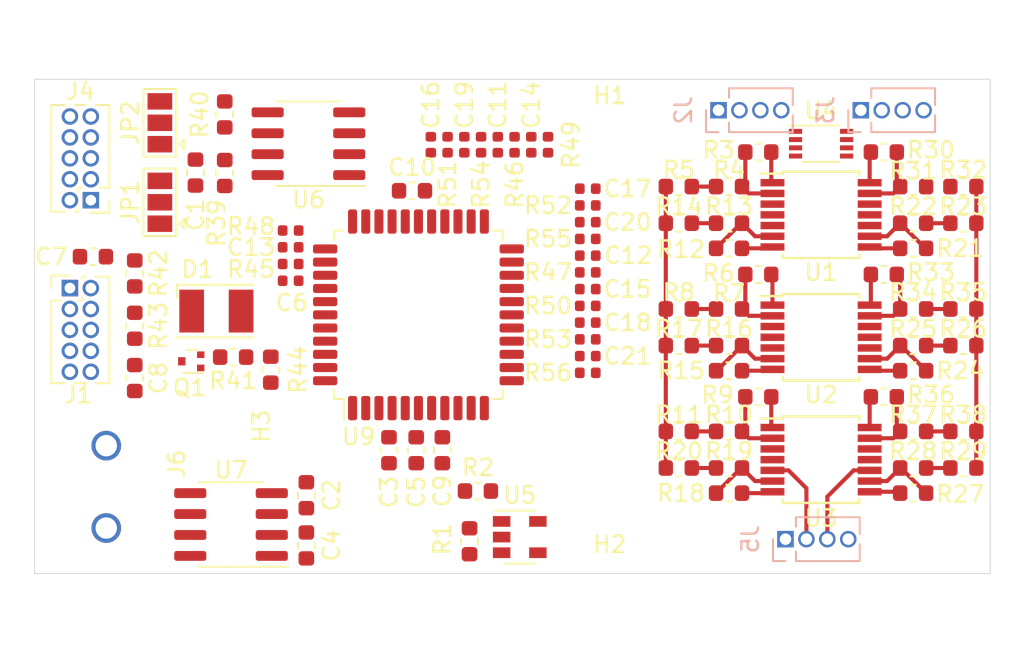
<source format=kicad_pcb>
(kicad_pcb (version 20171130) (host pcbnew "(5.1.5)-3")
  (layers (0 F.Cu signal) (31 B.Cu signal) (34 B.Paste user) (35 F.Paste user) (36 B.SilkS user) (37 F.SilkS user) (38 B.Mask user) (39 F.Mask user) (44 Edge.Cuts user))
  (net 0 "")
  (net 1 "Net-(C1-Pad2)")
  (net 2 GND)
  (net 3 +6V)
  (net 4 "Net-(D1-Pad2)")
  (net 5 "Net-(Q1-Pad2)")
  (net 6 "Net-(R1-Pad2)")
  (net 7 "Net-(R3-Pad2)")
  (net 8 /ADC_01)
  (net 9 "Net-(R4-Pad1)")
  (net 10 +2V5)
  (net 11 "Net-(R6-Pad2)")
  (net 12 /ADC_05)
  (net 13 "Net-(R7-Pad1)")
  (net 14 "Net-(R10-Pad2)")
  (net 15 /ADC_09)
  (net 16 "Net-(R10-Pad1)")
  (net 17 "Net-(R12-Pad2)")
  (net 18 /ADC_02)
  (net 19 "Net-(R13-Pad1)")
  (net 20 "Net-(R15-Pad2)")
  (net 21 /ADC_06)
  (net 22 "Net-(R16-Pad1)")
  (net 23 "Net-(R18-Pad2)")
  (net 24 /ADC_10)
  (net 25 "Net-(R19-Pad1)")
  (net 26 "Net-(R21-Pad2)")
  (net 27 /ADC_03)
  (net 28 "Net-(R22-Pad1)")
  (net 29 "Net-(R24-Pad2)")
  (net 30 /ADC_07)
  (net 31 "Net-(R25-Pad1)")
  (net 32 "Net-(R27-Pad2)")
  (net 33 /ADC_11)
  (net 34 "Net-(R28-Pad1)")
  (net 35 "Net-(R30-Pad2)")
  (net 36 /ADC_04)
  (net 37 "Net-(R31-Pad1)")
  (net 38 "Net-(R33-Pad2)")
  (net 39 /ADC_08)
  (net 40 "Net-(R34-Pad1)")
  (net 41 "Net-(R36-Pad2)")
  (net 42 "Net-(R37-Pad1)")
  (net 43 /CAN_HIGH)
  (net 44 /CAN_LOW)
  (net 45 /SUPPLY_01)
  (net 46 /SUPPLY_02)
  (net 47 /RESET_b)
  (net 48 /SWD_CLK)
  (net 49 /SWD_DIO)
  (net 50 /LED_STATUS)
  (net 51 /ADC_00)
  (net 52 /SUPPLY_00)
  (net 53 /ENABLE_00)
  (net 54 /ENABLE_01)
  (net 55 /ENABLE_02)
  (net 56 /CAN_STANDBY)
  (net 57 /CAN_RX)
  (net 58 /CAN_TX)
  (net 59 /VCC_OPAMP)
  (net 60 /VCC_MICRO)
  (net 61 /OPAMP_EN)
  (net 62 /FILTER_00)
  (net 63 /FILTER_04)
  (net 64 /FILTER_08)
  (net 65 /FILTER_01)
  (net 66 /FILTER_05)
  (net 67 /FILTER_09)
  (net 68 /FILTER_02)
  (net 69 /FILTER_06)
  (net 70 /FILTER_10)
  (net 71 /FILTER_03)
  (net 72 /FILTER_07)
  (net 73 /FILTER_11)
  (net 74 /CURRENT_03)
  (net 75 /CURRENT_02)
  (net 76 /CURRENT_01)
  (net 77 /CURRENT_00)
  (net 78 /CURRENT_07)
  (net 79 /CURRENT_06)
  (net 80 /CURRENT_05)
  (net 81 /CURRENT_04)
  (net 82 /CAN_LOW_B)
  (net 83 /CAN_HIGH_B)
  (net 84 /CAN_HIGH_A)
  (net 85 /CAN_LOW_A)
  (net 86 /CURRENT_11)
  (net 87 /CURRENT_10)
  (net 88 /CURRENT_09)
  (net 89 /CURRENT_08)
  (module ence461_kicad:TB002-500 (layer F.Cu) (at 101.346 62.738 90)
    (fp_text reference J6 (at 1.397 9.271 90) (layer F.SilkS))
    (fp_text value POWER)
    (pad 2 thru_hole circle (at 2.5 5 90) (size 1.8 1.8) (drill 1.3) (layers *.Cu *.Mask) (net 2 GND))
    (pad 1 thru_hole circle (at -2.5 5 90) (size 1.8 1.8) (drill 1.3) (layers *.Cu *.Mask) (net 3 +6V))
  )
  (module Connector_PinSocket_1.27mm:PinSocket_1x04_P1.27mm_Vertical (layer B.Cu) (at 147.574 65.913 270)
    (fp_text reference J5 (at 0 2.135 270) (layer B.SilkS) (effects (justify mirror)))
    (fp_text value INPUT_2)
    (pad 4 thru_hole oval (at 0 -3.81 270) (size 1 1) (drill 0.7) (layers *.Cu *.Mask) (net 86 /CURRENT_11))
    (pad 3 thru_hole oval (at 0 -2.54 270) (size 1 1) (drill 0.7) (layers *.Cu *.Mask) (net 87 /CURRENT_10))
    (pad 2 thru_hole oval (at 0 -1.27 270) (size 1 1) (drill 0.7) (layers *.Cu *.Mask) (net 88 /CURRENT_09))
    (pad 1 thru_hole rect (at 0 0 270) (size 1 1) (drill 0.7) (layers *.Cu *.Mask) (net 89 /CURRENT_08))
  )
  (module Connector_PinSocket_1.27mm:PinSocket_1x04_P1.27mm_Vertical (layer B.Cu) (at 152.146 39.878 270)
    (fp_text reference J3 (at 0 2.135 270) (layer B.SilkS) (effects (justify mirror)))
    (fp_text value INPUT_1)
    (pad 4 thru_hole oval (at 0 -3.81 270) (size 1 1) (drill 0.7) (layers *.Cu *.Mask) (net 78 /CURRENT_07))
    (pad 3 thru_hole oval (at 0 -2.54 270) (size 1 1) (drill 0.7) (layers *.Cu *.Mask) (net 79 /CURRENT_06))
    (pad 2 thru_hole oval (at 0 -1.27 270) (size 1 1) (drill 0.7) (layers *.Cu *.Mask) (net 80 /CURRENT_05))
    (pad 1 thru_hole rect (at 0 0 270) (size 1 1) (drill 0.7) (layers *.Cu *.Mask) (net 81 /CURRENT_04))
  )
  (module Connector_PinSocket_1.27mm:PinSocket_1x04_P1.27mm_Vertical (layer B.Cu) (at 143.51 39.878 270)
    (fp_text reference J2 (at 0 2.135 270) (layer B.SilkS) (effects (justify mirror)))
    (fp_text value INPUT_0)
    (pad 4 thru_hole oval (at 0 -3.81 270) (size 1 1) (drill 0.7) (layers *.Cu *.Mask) (net 74 /CURRENT_03))
    (pad 3 thru_hole oval (at 0 -2.54 270) (size 1 1) (drill 0.7) (layers *.Cu *.Mask) (net 75 /CURRENT_02))
    (pad 2 thru_hole oval (at 0 -1.27 270) (size 1 1) (drill 0.7) (layers *.Cu *.Mask) (net 76 /CURRENT_01))
    (pad 1 thru_hole rect (at 0 0 270) (size 1 1) (drill 0.7) (layers *.Cu *.Mask) (net 77 /CURRENT_00))
  )
  (module MountingHole:MountingHole_3mm (layer F.Cu) (at 111.76 59.055 270)
    (fp_text reference H3 (at 0 -4 90) (layer F.SilkS))
    (fp_text value MountingHole)
    (pad 1 np_thru_hole circle (at 0 0 270) (size 3 3) (drill 3) (layers *.Cu *.Mask))
  )
  (module MountingHole:MountingHole_3mm (layer F.Cu) (at 136.906 62.23 180)
    (fp_text reference H2 (at 0 -4) (layer F.SilkS))
    (fp_text value MountingHole)
    (pad 1 np_thru_hole circle (at 0 0 180) (size 3 3) (drill 3) (layers *.Cu *.Mask))
  )
  (module MountingHole:MountingHole_3mm (layer F.Cu) (at 136.906 41.402 180)
    (fp_text reference H1 (at 0 2.413) (layer F.SilkS))
    (fp_text value MountingHole)
    (pad 1 np_thru_hole circle (at 0 0 180) (size 3 3) (drill 3) (layers *.Cu *.Mask))
  )
  (module Jumper:SolderJumper-3_P1.3mm_Open_Pad1.0x1.5mm (layer F.Cu) (at 109.601 40.64 90)
    (fp_text reference JP2 (at 0 -1.8 90) (layer F.SilkS))
    (fp_text value CAN_LOW)
    (pad 1 smd rect (at -1.3 0 90) (size 1 1.5) (layers F.Cu F.Mask) (net 85 /CAN_LOW_A))
    (pad 2 smd rect (at 0 0 90) (size 1 1.5) (layers F.Cu F.Mask) (net 44 /CAN_LOW))
    (pad 3 smd rect (at 1.3 0 90) (size 1 1.5) (layers F.Cu F.Mask) (net 82 /CAN_LOW_B))
  )
  (module Jumper:SolderJumper-3_P1.3mm_Open_Pad1.0x1.5mm (layer F.Cu) (at 109.601 45.466 90)
    (fp_text reference JP1 (at 0 -1.8 90) (layer F.SilkS))
    (fp_text value CAN_HIGH)
    (pad 1 smd rect (at -1.3 0 90) (size 1 1.5) (layers F.Cu F.Mask) (net 84 /CAN_HIGH_A))
    (pad 2 smd rect (at 0 0 90) (size 1 1.5) (layers F.Cu F.Mask) (net 43 /CAN_HIGH))
    (pad 3 smd rect (at 1.3 0 90) (size 1 1.5) (layers F.Cu F.Mask) (net 83 /CAN_HIGH_B))
  )
  (module Connector_PinHeader_1.27mm:PinHeader_2x05_P1.27mm_Vertical (layer F.Cu) (at 105.41 45.339 180)
    (fp_text reference J4 (at 0.635 6.604) (layer F.SilkS))
    (fp_text value CANBUS)
    (pad 10 thru_hole oval (at 1.27 5.08 180) (size 1 1) (drill 0.65) (layers *.Cu *.Mask))
    (pad 9 thru_hole oval (at 0 5.08 180) (size 1 1) (drill 0.65) (layers *.Cu *.Mask))
    (pad 8 thru_hole oval (at 1.27 3.81 180) (size 1 1) (drill 0.65) (layers *.Cu *.Mask) (net 82 /CAN_LOW_B))
    (pad 7 thru_hole oval (at 0 3.81 180) (size 1 1) (drill 0.65) (layers *.Cu *.Mask) (net 83 /CAN_HIGH_B))
    (pad 6 thru_hole oval (at 1.27 2.54 180) (size 1 1) (drill 0.65) (layers *.Cu *.Mask))
    (pad 5 thru_hole oval (at 0 2.54 180) (size 1 1) (drill 0.65) (layers *.Cu *.Mask))
    (pad 4 thru_hole oval (at 1.27 1.27 180) (size 1 1) (drill 0.65) (layers *.Cu *.Mask) (net 84 /CAN_HIGH_A))
    (pad 3 thru_hole oval (at 0 1.27 180) (size 1 1) (drill 0.65) (layers *.Cu *.Mask) (net 85 /CAN_LOW_A))
    (pad 2 thru_hole oval (at 1.27 0 180) (size 1 1) (drill 0.65) (layers *.Cu *.Mask))
    (pad 1 thru_hole rect (at 0 0 180) (size 1 1) (drill 0.65) (layers *.Cu *.Mask))
  )
  (module Resistor_SMD:R_0402_1005Metric (layer F.Cu) (at 135.5725 55.8165)
    (fp_text reference R56 (at -2.413 0) (layer F.SilkS))
    (fp_text value "560 R")
    (pad 1 smd roundrect (at -0.485 0) (size 0.59 0.64) (layers F.Cu F.Paste F.Mask) (net 33 /ADC_11))
    (pad 2 smd roundrect (at 0.485 0) (size 0.59 0.64) (layers F.Cu F.Paste F.Mask) (net 73 /FILTER_11))
  )
  (module Resistor_SMD:R_0402_1005Metric (layer F.Cu) (at 135.5725 47.6885)
    (fp_text reference R55 (at -2.413 0) (layer F.SilkS))
    (fp_text value "560 R")
    (pad 1 smd roundrect (at -0.485 0) (size 0.59 0.64) (layers F.Cu F.Paste F.Mask) (net 30 /ADC_07))
    (pad 2 smd roundrect (at 0.485 0) (size 0.59 0.64) (layers F.Cu F.Paste F.Mask) (net 72 /FILTER_07))
  )
  (module Resistor_SMD:R_0402_1005Metric (layer F.Cu) (at 129.0955 41.9735 90)
    (fp_text reference R54 (at -2.413 0 90) (layer F.SilkS))
    (fp_text value "560 R")
    (pad 2 smd roundrect (at 0.485 0 90) (size 0.59 0.64) (layers F.Cu F.Paste F.Mask) (net 71 /FILTER_03))
    (pad 1 smd roundrect (at -0.485 0 90) (size 0.59 0.64) (layers F.Cu F.Paste F.Mask) (net 27 /ADC_03))
  )
  (module Resistor_SMD:R_0402_1005Metric (layer F.Cu) (at 135.5725 53.7845)
    (fp_text reference R53 (at -2.413 0) (layer F.SilkS))
    (fp_text value "560 R")
    (pad 1 smd roundrect (at -0.485 0) (size 0.59 0.64) (layers F.Cu F.Paste F.Mask) (net 24 /ADC_10))
    (pad 2 smd roundrect (at 0.485 0) (size 0.59 0.64) (layers F.Cu F.Paste F.Mask) (net 70 /FILTER_10))
  )
  (module Resistor_SMD:R_0402_1005Metric (layer F.Cu) (at 135.5725 45.6565)
    (fp_text reference R52 (at -2.413 0) (layer F.SilkS))
    (fp_text value "560 R")
    (pad 2 smd roundrect (at 0.485 0) (size 0.59 0.64) (layers F.Cu F.Paste F.Mask) (net 69 /FILTER_06))
    (pad 1 smd roundrect (at -0.485 0) (size 0.59 0.64) (layers F.Cu F.Paste F.Mask) (net 21 /ADC_06))
  )
  (module Resistor_SMD:R_0402_1005Metric (layer F.Cu) (at 127.0635 41.9735 90)
    (fp_text reference R51 (at -2.413 0 90) (layer F.SilkS))
    (fp_text value "560 R")
    (pad 2 smd roundrect (at 0.485 0 90) (size 0.59 0.64) (layers F.Cu F.Paste F.Mask) (net 68 /FILTER_02))
    (pad 1 smd roundrect (at -0.485 0 90) (size 0.59 0.64) (layers F.Cu F.Paste F.Mask) (net 18 /ADC_02))
  )
  (module Resistor_SMD:R_0402_1005Metric (layer F.Cu) (at 135.5725 51.7525)
    (fp_text reference R50 (at -2.413 0) (layer F.SilkS))
    (fp_text value "560 R")
    (pad 1 smd roundrect (at -0.485 0) (size 0.59 0.64) (layers F.Cu F.Paste F.Mask) (net 15 /ADC_09))
    (pad 2 smd roundrect (at 0.485 0) (size 0.59 0.64) (layers F.Cu F.Paste F.Mask) (net 67 /FILTER_09))
  )
  (module Resistor_SMD:R_0402_1005Metric (layer F.Cu) (at 133.1595 41.9735 90)
    (fp_text reference R49 (at 0 1.397 90) (layer F.SilkS))
    (fp_text value "560 R")
    (pad 1 smd roundrect (at -0.485 0 90) (size 0.59 0.64) (layers F.Cu F.Paste F.Mask) (net 12 /ADC_05))
    (pad 2 smd roundrect (at 0.485 0 90) (size 0.59 0.64) (layers F.Cu F.Paste F.Mask) (net 66 /FILTER_05))
  )
  (module Resistor_SMD:R_0402_1005Metric (layer F.Cu) (at 117.5385 47.1805 180)
    (fp_text reference R48 (at 2.413 0.254) (layer F.SilkS))
    (fp_text value "560 R")
    (pad 2 smd roundrect (at 0.485 0 180) (size 0.59 0.64) (layers F.Cu F.Paste F.Mask) (net 65 /FILTER_01))
    (pad 1 smd roundrect (at -0.485 0 180) (size 0.59 0.64) (layers F.Cu F.Paste F.Mask) (net 8 /ADC_01))
  )
  (module Resistor_SMD:R_0402_1005Metric (layer F.Cu) (at 135.5725 49.7205)
    (fp_text reference R47 (at -2.413 0) (layer F.SilkS))
    (fp_text value "560 R")
    (pad 1 smd roundrect (at -0.485 0) (size 0.59 0.64) (layers F.Cu F.Paste F.Mask) (net 39 /ADC_08))
    (pad 2 smd roundrect (at 0.485 0) (size 0.59 0.64) (layers F.Cu F.Paste F.Mask) (net 64 /FILTER_08))
  )
  (module Resistor_SMD:R_0402_1005Metric (layer F.Cu) (at 131.1275 41.9735 90)
    (fp_text reference R46 (at -2.413 0 90) (layer F.SilkS))
    (fp_text value "560 R")
    (pad 2 smd roundrect (at 0.485 0 90) (size 0.59 0.64) (layers F.Cu F.Paste F.Mask) (net 63 /FILTER_04))
    (pad 1 smd roundrect (at -0.485 0 90) (size 0.59 0.64) (layers F.Cu F.Paste F.Mask) (net 36 /ADC_04))
  )
  (module Resistor_SMD:R_0402_1005Metric (layer F.Cu) (at 117.5385 49.2125 180)
    (fp_text reference R45 (at 2.413 -0.3175) (layer F.SilkS))
    (fp_text value "560 R")
    (pad 2 smd roundrect (at 0.485 0 180) (size 0.59 0.64) (layers F.Cu F.Paste F.Mask) (net 62 /FILTER_00))
    (pad 1 smd roundrect (at -0.485 0 180) (size 0.59 0.64) (layers F.Cu F.Paste F.Mask) (net 51 /ADC_00))
  )
  (module Capacitor_SMD:C_0402_1005Metric (layer F.Cu) (at 135.5725 54.8005)
    (fp_text reference C21 (at 2.413 0) (layer F.SilkS))
    (fp_text value "0.47 uF")
    (pad 1 smd roundrect (at -0.485 0) (size 0.59 0.64) (layers F.Cu F.Paste F.Mask) (net 33 /ADC_11))
    (pad 2 smd roundrect (at 0.485 0) (size 0.59 0.64) (layers F.Cu F.Paste F.Mask) (net 2 GND))
  )
  (module Capacitor_SMD:C_0402_1005Metric (layer F.Cu) (at 135.5725 46.6725)
    (fp_text reference C20 (at 2.413 0) (layer F.SilkS))
    (fp_text value "0.47 uF")
    (pad 1 smd roundrect (at -0.485 0) (size 0.59 0.64) (layers F.Cu F.Paste F.Mask) (net 30 /ADC_07))
    (pad 2 smd roundrect (at 0.485 0) (size 0.59 0.64) (layers F.Cu F.Paste F.Mask) (net 2 GND))
  )
  (module Capacitor_SMD:C_0402_1005Metric (layer F.Cu) (at 128.0795 41.9735 90)
    (fp_text reference C19 (at 2.413 0 90) (layer F.SilkS))
    (fp_text value "0.47 uF")
    (pad 2 smd roundrect (at 0.485 0 90) (size 0.59 0.64) (layers F.Cu F.Paste F.Mask) (net 2 GND))
    (pad 1 smd roundrect (at -0.485 0 90) (size 0.59 0.64) (layers F.Cu F.Paste F.Mask) (net 27 /ADC_03))
  )
  (module Capacitor_SMD:C_0402_1005Metric (layer F.Cu) (at 135.5725 52.7685)
    (fp_text reference C18 (at 2.413 0) (layer F.SilkS))
    (fp_text value "0.47 uF")
    (pad 1 smd roundrect (at -0.485 0) (size 0.59 0.64) (layers F.Cu F.Paste F.Mask) (net 24 /ADC_10))
    (pad 2 smd roundrect (at 0.485 0) (size 0.59 0.64) (layers F.Cu F.Paste F.Mask) (net 2 GND))
  )
  (module Capacitor_SMD:C_0402_1005Metric (layer F.Cu) (at 135.5725 44.6405)
    (fp_text reference C17 (at 2.413 0) (layer F.SilkS))
    (fp_text value "0.47 uF")
    (pad 2 smd roundrect (at 0.485 0) (size 0.59 0.64) (layers F.Cu F.Paste F.Mask) (net 2 GND))
    (pad 1 smd roundrect (at -0.485 0) (size 0.59 0.64) (layers F.Cu F.Paste F.Mask) (net 21 /ADC_06))
  )
  (module Capacitor_SMD:C_0402_1005Metric (layer F.Cu) (at 126.0475 41.9735 90)
    (fp_text reference C16 (at 2.413 0 90) (layer F.SilkS))
    (fp_text value "0.47 uF")
    (pad 2 smd roundrect (at 0.485 0 90) (size 0.59 0.64) (layers F.Cu F.Paste F.Mask) (net 2 GND))
    (pad 1 smd roundrect (at -0.485 0 90) (size 0.59 0.64) (layers F.Cu F.Paste F.Mask) (net 18 /ADC_02))
  )
  (module Capacitor_SMD:C_0402_1005Metric (layer F.Cu) (at 135.5725 50.7365)
    (fp_text reference C15 (at 2.413 0) (layer F.SilkS))
    (fp_text value "0.47 uF")
    (pad 1 smd roundrect (at -0.485 0) (size 0.59 0.64) (layers F.Cu F.Paste F.Mask) (net 15 /ADC_09))
    (pad 2 smd roundrect (at 0.485 0) (size 0.59 0.64) (layers F.Cu F.Paste F.Mask) (net 2 GND))
  )
  (module Capacitor_SMD:C_0402_1005Metric (layer F.Cu) (at 132.1435 41.9735 90)
    (fp_text reference C14 (at 2.413 0 90) (layer F.SilkS))
    (fp_text value "0.47 uF")
    (pad 2 smd roundrect (at 0.485 0 90) (size 0.59 0.64) (layers F.Cu F.Paste F.Mask) (net 2 GND))
    (pad 1 smd roundrect (at -0.485 0 90) (size 0.59 0.64) (layers F.Cu F.Paste F.Mask) (net 12 /ADC_05))
  )
  (module Capacitor_SMD:C_0402_1005Metric (layer F.Cu) (at 117.5385 48.1965 180)
    (fp_text reference C13 (at 2.413 0) (layer F.SilkS))
    (fp_text value "0.47 uF")
    (pad 2 smd roundrect (at 0.485 0 180) (size 0.59 0.64) (layers F.Cu F.Paste F.Mask) (net 2 GND))
    (pad 1 smd roundrect (at -0.485 0 180) (size 0.59 0.64) (layers F.Cu F.Paste F.Mask) (net 8 /ADC_01))
  )
  (module Capacitor_SMD:C_0402_1005Metric (layer F.Cu) (at 135.5725 48.7045)
    (fp_text reference C12 (at 2.455 -0.019) (layer F.SilkS))
    (fp_text value "0.47 uF")
    (pad 1 smd roundrect (at -0.485 0) (size 0.59 0.64) (layers F.Cu F.Paste F.Mask) (net 39 /ADC_08))
    (pad 2 smd roundrect (at 0.485 0) (size 0.59 0.64) (layers F.Cu F.Paste F.Mask) (net 2 GND))
  )
  (module Capacitor_SMD:C_0402_1005Metric (layer F.Cu) (at 130.1115 41.9735 90)
    (fp_text reference C11 (at 2.413 0 90) (layer F.SilkS))
    (fp_text value "0.47 uF")
    (pad 2 smd roundrect (at 0.485 0 90) (size 0.59 0.64) (layers F.Cu F.Paste F.Mask) (net 2 GND))
    (pad 1 smd roundrect (at -0.485 0 90) (size 0.59 0.64) (layers F.Cu F.Paste F.Mask) (net 36 /ADC_04))
  )
  (module Capacitor_SMD:C_0402_1005Metric (layer F.Cu) (at 117.5385 50.2285 180)
    (fp_text reference C6 (at -0.0635 -1.3335) (layer F.SilkS))
    (fp_text value "0.47 uF")
    (pad 2 smd roundrect (at 0.485 0 180) (size 0.59 0.64) (layers F.Cu F.Paste F.Mask) (net 2 GND))
    (pad 1 smd roundrect (at -0.485 0 180) (size 0.59 0.64) (layers F.Cu F.Paste F.Mask) (net 51 /ADC_00))
  )
  (module Capacitor_SMD:C_0603_1608Metric (layer F.Cu) (at 125.1585 60.5155 270)
    (fp_text reference C5 (at 2.54 0 90) (layer F.SilkS))
    (fp_text value "100 nF")
    (pad 2 smd roundrect (at 0.7875 0 270) (size 0.875 0.95) (layers F.Cu F.Paste F.Mask) (net 2 GND))
    (pad 1 smd roundrect (at -0.7875 0 270) (size 0.875 0.95) (layers F.Cu F.Paste F.Mask) (net 60 /VCC_MICRO))
  )
  (module Capacitor_SMD:C_0603_1608Metric (layer F.Cu) (at 123.5075 60.5155 270)
    (fp_text reference C3 (at 2.54 0 90) (layer F.SilkS))
    (fp_text value "1 nF")
    (pad 2 smd roundrect (at 0.7875 0 270) (size 0.875 0.95) (layers F.Cu F.Paste F.Mask) (net 2 GND))
    (pad 1 smd roundrect (at -0.7875 0 270) (size 0.875 0.95) (layers F.Cu F.Paste F.Mask) (net 60 /VCC_MICRO))
  )
  (module Package_SO:SOIC-8_3.9x4.9mm_P1.27mm (layer F.Cu) (at 113.919 65.024 180)
    (fp_text reference U7 (at 0 3.302) (layer F.SilkS))
    (fp_text value MIC5202)
    (pad 8 smd roundrect (at 2.475 -1.905 180) (size 1.95 0.6) (layers F.Cu F.Paste F.Mask) (net 3 +6V))
    (pad 7 smd roundrect (at 2.475 -0.635 180) (size 1.95 0.6) (layers F.Cu F.Paste F.Mask) (net 3 +6V))
    (pad 6 smd roundrect (at 2.475 0.635 180) (size 1.95 0.6) (layers F.Cu F.Paste F.Mask) (net 3 +6V))
    (pad 5 smd roundrect (at 2.475 1.905 180) (size 1.95 0.6) (layers F.Cu F.Paste F.Mask) (net 61 /OPAMP_EN))
    (pad 4 smd roundrect (at -2.475 1.905 180) (size 1.95 0.6) (layers F.Cu F.Paste F.Mask) (net 2 GND))
    (pad 3 smd roundrect (at -2.475 0.635 180) (size 1.95 0.6) (layers F.Cu F.Paste F.Mask) (net 59 /VCC_OPAMP))
    (pad 2 smd roundrect (at -2.475 -0.635 180) (size 1.95 0.6) (layers F.Cu F.Paste F.Mask) (net 2 GND))
    (pad 1 smd roundrect (at -2.475 -1.905 180) (size 1.95 0.6) (layers F.Cu F.Paste F.Mask) (net 60 /VCC_MICRO))
  )
  (module Package_QFP:LQFP-44_10x10mm_P0.8mm (layer F.Cu) (at 125.2955 52.2965 90)
    (fp_text reference U9 (at -7.3935 -3.6295 180) (layer F.SilkS))
    (fp_text value MKE16Z32VLD4)
    (pad 44 smd roundrect (at -4 -5.6625 90) (size 0.55 1.475) (layers F.Cu F.Paste F.Mask) (net 49 /SWD_DIO))
    (pad 43 smd roundrect (at -3.2 -5.6625 90) (size 0.55 1.475) (layers F.Cu F.Paste F.Mask) (net 47 /RESET_b))
    (pad 42 smd roundrect (at -2.4 -5.6625 90) (size 0.55 1.475) (layers F.Cu F.Paste F.Mask) (net 48 /SWD_CLK))
    (pad 41 smd roundrect (at -1.6 -5.6625 90) (size 0.55 1.475) (layers F.Cu F.Paste F.Mask))
    (pad 40 smd roundrect (at -0.8 -5.6625 90) (size 0.55 1.475) (layers F.Cu F.Paste F.Mask))
    (pad 39 smd roundrect (at 0 -5.6625 90) (size 0.55 1.475) (layers F.Cu F.Paste F.Mask))
    (pad 38 smd roundrect (at 0.8 -5.6625 90) (size 0.55 1.475) (layers F.Cu F.Paste F.Mask))
    (pad 37 smd roundrect (at 1.6 -5.6625 90) (size 0.55 1.475) (layers F.Cu F.Paste F.Mask))
    (pad 36 smd roundrect (at 2.4 -5.6625 90) (size 0.55 1.475) (layers F.Cu F.Paste F.Mask))
    (pad 35 smd roundrect (at 3.2 -5.6625 90) (size 0.55 1.475) (layers F.Cu F.Paste F.Mask) (net 51 /ADC_00))
    (pad 34 smd roundrect (at 4 -5.6625 90) (size 0.55 1.475) (layers F.Cu F.Paste F.Mask) (net 8 /ADC_01))
    (pad 33 smd roundrect (at 5.6625 -4 90) (size 1.475 0.55) (layers F.Cu F.Paste F.Mask))
    (pad 32 smd roundrect (at 5.6625 -3.2 90) (size 1.475 0.55) (layers F.Cu F.Paste F.Mask))
    (pad 31 smd roundrect (at 5.6625 -2.4 90) (size 1.475 0.55) (layers F.Cu F.Paste F.Mask))
    (pad 30 smd roundrect (at 5.6625 -1.6 90) (size 1.475 0.55) (layers F.Cu F.Paste F.Mask))
    (pad 29 smd roundrect (at 5.6625 -0.8 90) (size 1.475 0.55) (layers F.Cu F.Paste F.Mask))
    (pad 28 smd roundrect (at 5.6625 0 90) (size 1.475 0.55) (layers F.Cu F.Paste F.Mask) (net 60 /VCC_MICRO))
    (pad 27 smd roundrect (at 5.6625 0.8 90) (size 1.475 0.55) (layers F.Cu F.Paste F.Mask) (net 2 GND))
    (pad 26 smd roundrect (at 5.6625 1.6 90) (size 1.475 0.55) (layers F.Cu F.Paste F.Mask) (net 18 /ADC_02))
    (pad 25 smd roundrect (at 5.6625 2.4 90) (size 1.475 0.55) (layers F.Cu F.Paste F.Mask) (net 27 /ADC_03))
    (pad 24 smd roundrect (at 5.6625 3.2 90) (size 1.475 0.55) (layers F.Cu F.Paste F.Mask) (net 36 /ADC_04))
    (pad 23 smd roundrect (at 5.6625 4 90) (size 1.475 0.55) (layers F.Cu F.Paste F.Mask) (net 12 /ADC_05))
    (pad 22 smd roundrect (at 4 5.6625 90) (size 0.55 1.475) (layers F.Cu F.Paste F.Mask) (net 21 /ADC_06))
    (pad 21 smd roundrect (at 3.2 5.6625 90) (size 0.55 1.475) (layers F.Cu F.Paste F.Mask) (net 30 /ADC_07))
    (pad 20 smd roundrect (at 2.4 5.6625 90) (size 0.55 1.475) (layers F.Cu F.Paste F.Mask) (net 39 /ADC_08))
    (pad 19 smd roundrect (at 1.6 5.6625 90) (size 0.55 1.475) (layers F.Cu F.Paste F.Mask) (net 15 /ADC_09))
    (pad 18 smd roundrect (at 0.8 5.6625 90) (size 0.55 1.475) (layers F.Cu F.Paste F.Mask) (net 55 /ENABLE_02))
    (pad 17 smd roundrect (at 0 5.6625 90) (size 0.55 1.475) (layers F.Cu F.Paste F.Mask) (net 54 /ENABLE_01))
    (pad 16 smd roundrect (at -0.8 5.6625 90) (size 0.55 1.475) (layers F.Cu F.Paste F.Mask) (net 53 /ENABLE_00))
    (pad 15 smd roundrect (at -1.6 5.6625 90) (size 0.55 1.475) (layers F.Cu F.Paste F.Mask) (net 24 /ADC_10))
    (pad 14 smd roundrect (at -2.4 5.6625 90) (size 0.55 1.475) (layers F.Cu F.Paste F.Mask) (net 33 /ADC_11))
    (pad 13 smd roundrect (at -3.2 5.6625 90) (size 0.55 1.475) (layers F.Cu F.Paste F.Mask) (net 61 /OPAMP_EN))
    (pad 12 smd roundrect (at -4 5.6625 90) (size 0.55 1.475) (layers F.Cu F.Paste F.Mask))
    (pad 11 smd roundrect (at -5.6625 4 90) (size 1.475 0.55) (layers F.Cu F.Paste F.Mask))
    (pad 10 smd roundrect (at -5.6625 3.2 90) (size 1.475 0.55) (layers F.Cu F.Paste F.Mask))
    (pad 9 smd roundrect (at -5.6625 2.4 90) (size 1.475 0.55) (layers F.Cu F.Paste F.Mask))
    (pad 8 smd roundrect (at -5.6625 1.6 90) (size 1.475 0.55) (layers F.Cu F.Paste F.Mask) (net 2 GND))
    (pad 7 smd roundrect (at -5.6625 0.8 90) (size 1.475 0.55) (layers F.Cu F.Paste F.Mask) (net 60 /VCC_MICRO))
    (pad 6 smd roundrect (at -5.6625 0 90) (size 1.475 0.55) (layers F.Cu F.Paste F.Mask) (net 60 /VCC_MICRO))
    (pad 5 smd roundrect (at -5.6625 -0.8 90) (size 1.475 0.55) (layers F.Cu F.Paste F.Mask) (net 60 /VCC_MICRO))
    (pad 4 smd roundrect (at -5.6625 -1.6 90) (size 1.475 0.55) (layers F.Cu F.Paste F.Mask) (net 57 /CAN_RX))
    (pad 3 smd roundrect (at -5.6625 -2.4 90) (size 1.475 0.55) (layers F.Cu F.Paste F.Mask) (net 58 /CAN_TX))
    (pad 2 smd roundrect (at -5.6625 -3.2 90) (size 1.475 0.55) (layers F.Cu F.Paste F.Mask) (net 56 /CAN_STANDBY))
    (pad 1 smd roundrect (at -5.6625 -4 90) (size 1.475 0.55) (layers F.Cu F.Paste F.Mask) (net 50 /LED_STATUS))
  )
  (module Resistor_SMD:R_0603_1608Metric (layer F.Cu) (at 116.332 55.626 90)
    (fp_text reference R44 (at 0 1.651 90) (layer F.SilkS))
    (fp_text value "10 K")
    (pad 2 smd roundrect (at 0.7875 0 90) (size 0.875 0.95) (layers F.Cu F.Paste F.Mask) (net 47 /RESET_b))
    (pad 1 smd roundrect (at -0.7875 0 90) (size 0.875 0.95) (layers F.Cu F.Paste F.Mask) (net 60 /VCC_MICRO))
  )
  (module Resistor_SMD:R_0603_1608Metric (layer F.Cu) (at 108.077 52.959 270)
    (fp_text reference R43 (at 0 -1.43 90) (layer F.SilkS))
    (fp_text value "10 K")
    (pad 2 smd roundrect (at 0.7875 0 270) (size 0.875 0.95) (layers F.Cu F.Paste F.Mask) (net 2 GND))
    (pad 1 smd roundrect (at -0.7875 0 270) (size 0.875 0.95) (layers F.Cu F.Paste F.Mask) (net 48 /SWD_CLK))
  )
  (module Resistor_SMD:R_0603_1608Metric (layer F.Cu) (at 108.077 49.784 270)
    (fp_text reference R42 (at 0 -1.43 90) (layer F.SilkS))
    (fp_text value "10 K")
    (pad 2 smd roundrect (at 0.7875 0 270) (size 0.875 0.95) (layers F.Cu F.Paste F.Mask) (net 49 /SWD_DIO))
    (pad 1 smd roundrect (at -0.7875 0 270) (size 0.875 0.95) (layers F.Cu F.Paste F.Mask) (net 60 /VCC_MICRO))
  )
  (module Connector_PinHeader_1.27mm:PinHeader_2x05_P1.27mm_Vertical (layer F.Cu) (at 104.14 50.673)
    (fp_text reference J1 (at 0.508 6.477 180) (layer F.SilkS))
    (fp_text value SWD)
    (pad 10 thru_hole oval (at 1.27 5.08) (size 1 1) (drill 0.65) (layers *.Cu *.Mask) (net 47 /RESET_b))
    (pad 9 thru_hole oval (at 0 5.08) (size 1 1) (drill 0.65) (layers *.Cu *.Mask))
    (pad 8 thru_hole oval (at 1.27 3.81) (size 1 1) (drill 0.65) (layers *.Cu *.Mask))
    (pad 7 thru_hole oval (at 0 3.81) (size 1 1) (drill 0.65) (layers *.Cu *.Mask))
    (pad 6 thru_hole oval (at 1.27 2.54) (size 1 1) (drill 0.65) (layers *.Cu *.Mask))
    (pad 5 thru_hole oval (at 0 2.54) (size 1 1) (drill 0.65) (layers *.Cu *.Mask) (net 2 GND))
    (pad 4 thru_hole oval (at 1.27 1.27) (size 1 1) (drill 0.65) (layers *.Cu *.Mask) (net 48 /SWD_CLK))
    (pad 3 thru_hole oval (at 0 1.27) (size 1 1) (drill 0.65) (layers *.Cu *.Mask) (net 2 GND))
    (pad 2 thru_hole oval (at 1.27 0) (size 1 1) (drill 0.65) (layers *.Cu *.Mask) (net 49 /SWD_DIO))
    (pad 1 thru_hole rect (at 0 0) (size 1 1) (drill 0.65) (layers *.Cu *.Mask) (net 60 /VCC_MICRO))
  )
  (module Capacitor_SMD:C_0603_1608Metric (layer F.Cu) (at 124.9045 44.7675)
    (fp_text reference C10 (at 0 -1.43) (layer F.SilkS))
    (fp_text value "0.1 uF")
    (pad 2 smd roundrect (at 0.7875 0) (size 0.875 0.95) (layers F.Cu F.Paste F.Mask) (net 2 GND))
    (pad 1 smd roundrect (at -0.7875 0) (size 0.875 0.95) (layers F.Cu F.Paste F.Mask) (net 60 /VCC_MICRO))
  )
  (module Capacitor_SMD:C_0603_1608Metric (layer F.Cu) (at 126.746 60.5155 270)
    (fp_text reference C9 (at 2.4765 0 90) (layer F.SilkS))
    (fp_text value "1 uF")
    (pad 2 smd roundrect (at 0.7875 0 270) (size 0.875 0.95) (layers F.Cu F.Paste F.Mask) (net 2 GND))
    (pad 1 smd roundrect (at -0.7875 0 270) (size 0.875 0.95) (layers F.Cu F.Paste F.Mask) (net 60 /VCC_MICRO))
  )
  (module Capacitor_SMD:C_0603_1608Metric (layer F.Cu) (at 108.077 56.134 270)
    (fp_text reference C8 (at 0 -1.43 90) (layer F.SilkS))
    (fp_text value "0.1 uF")
    (pad 2 smd roundrect (at 0.7875 0 270) (size 0.875 0.95) (layers F.Cu F.Paste F.Mask) (net 2 GND))
    (pad 1 smd roundrect (at -0.7875 0 270) (size 0.875 0.95) (layers F.Cu F.Paste F.Mask) (net 47 /RESET_b))
  )
  (module Capacitor_SMD:C_0603_1608Metric (layer F.Cu) (at 105.537 48.768 180)
    (fp_text reference C7 (at 2.54 0) (layer F.SilkS))
    (fp_text value "0.1 uF")
    (pad 2 smd roundrect (at 0.7875 0 180) (size 0.875 0.95) (layers F.Cu F.Paste F.Mask) (net 2 GND))
    (pad 1 smd roundrect (at -0.7875 0 180) (size 0.875 0.95) (layers F.Cu F.Paste F.Mask) (net 60 /VCC_MICRO))
  )
  (module Package_SO:SOIC-8_3.9x4.9mm_P1.27mm (layer F.Cu) (at 118.618 41.91 180)
    (fp_text reference U6 (at 0 -3.4) (layer F.SilkS))
    (fp_text value NCV7344D13R2GOSCT-ND)
    (pad 8 smd roundrect (at 2.475 -1.905 180) (size 1.95 0.6) (layers F.Cu F.Paste F.Mask) (net 56 /CAN_STANDBY))
    (pad 7 smd roundrect (at 2.475 -0.635 180) (size 1.95 0.6) (layers F.Cu F.Paste F.Mask) (net 43 /CAN_HIGH))
    (pad 6 smd roundrect (at 2.475 0.635 180) (size 1.95 0.6) (layers F.Cu F.Paste F.Mask) (net 44 /CAN_LOW))
    (pad 5 smd roundrect (at 2.475 1.905 180) (size 1.95 0.6) (layers F.Cu F.Paste F.Mask) (net 60 /VCC_MICRO))
    (pad 4 smd roundrect (at -2.475 1.905 180) (size 1.95 0.6) (layers F.Cu F.Paste F.Mask) (net 57 /CAN_RX))
    (pad 3 smd roundrect (at -2.475 0.635 180) (size 1.95 0.6) (layers F.Cu F.Paste F.Mask) (net 60 /VCC_MICRO))
    (pad 2 smd roundrect (at -2.475 -0.635 180) (size 1.95 0.6) (layers F.Cu F.Paste F.Mask) (net 2 GND))
    (pad 1 smd roundrect (at -2.475 -1.905 180) (size 1.95 0.6) (layers F.Cu F.Paste F.Mask) (net 58 /CAN_TX))
  )
  (module Package_TO_SOT_SMD:SOT-23-5 (layer F.Cu) (at 131.445 65.786)
    (fp_text reference U5 (at 0 -2.54) (layer F.SilkS))
    (fp_text value LMV321)
    (pad 5 smd rect (at 1.1 -0.95) (size 1.06 0.65) (layers F.Cu F.Paste F.Mask) (net 2 GND))
    (pad 4 smd rect (at 1.1 0.95) (size 1.06 0.65) (layers F.Cu F.Paste F.Mask) (net 10 +2V5))
    (pad 3 smd rect (at -1.1 0.95) (size 1.06 0.65) (layers F.Cu F.Paste F.Mask) (net 10 +2V5))
    (pad 2 smd rect (at -1.1 0) (size 1.06 0.65) (layers F.Cu F.Paste F.Mask) (net 59 /VCC_OPAMP))
    (pad 1 smd rect (at -1.1 -0.95) (size 1.06 0.65) (layers F.Cu F.Paste F.Mask) (net 6 "Net-(R1-Pad2)"))
  )
  (module Package_SO:VSSOP-8_2.3x2mm_P0.5mm (layer F.Cu) (at 149.733 41.91)
    (fp_text reference U4 (at 0 -2) (layer F.SilkS))
    (fp_text value 74HC3G14DP)
    (pad 1 smd rect (at -1.55 -0.75 270) (size 0.3 0.8) (layers F.Cu F.Paste F.Mask) (net 53 /ENABLE_00))
    (pad 2 smd rect (at -1.55 -0.25 270) (size 0.3 0.8) (layers F.Cu F.Paste F.Mask) (net 46 /SUPPLY_02))
    (pad 3 smd rect (at -1.55 0.25 270) (size 0.3 0.8) (layers F.Cu F.Paste F.Mask) (net 54 /ENABLE_01))
    (pad 4 smd rect (at -1.55 0.75 270) (size 0.3 0.8) (layers F.Cu F.Paste F.Mask) (net 2 GND))
    (pad 5 smd rect (at 1.55 0.75 270) (size 0.3 0.8) (layers F.Cu F.Paste F.Mask) (net 45 /SUPPLY_01))
    (pad 6 smd rect (at 1.55 0.25 270) (size 0.3 0.8) (layers F.Cu F.Paste F.Mask) (net 55 /ENABLE_02))
    (pad 7 smd rect (at 1.55 -0.25 270) (size 0.3 0.8) (layers F.Cu F.Paste F.Mask) (net 52 /SUPPLY_00))
    (pad 8 smd rect (at 1.55 -0.75 270) (size 0.3 0.8) (layers F.Cu F.Paste F.Mask) (net 59 /VCC_OPAMP))
  )
  (module Package_SO:TSSOP-14_4.4x5mm_P0.65mm (layer F.Cu) (at 149.733 61.087)
    (fp_text reference U3 (at 0 3.556) (layer F.SilkS))
    (fp_text value LMV324)
    (pad 14 smd rect (at 2.95 -1.95) (size 1.45 0.45) (layers F.Cu F.Paste F.Mask) (net 73 /FILTER_11))
    (pad 13 smd rect (at 2.95 -1.3) (size 1.45 0.45) (layers F.Cu F.Paste F.Mask) (net 41 "Net-(R36-Pad2)"))
    (pad 12 smd rect (at 2.95 -0.65) (size 1.45 0.45) (layers F.Cu F.Paste F.Mask) (net 86 /CURRENT_11))
    (pad 11 smd rect (at 2.95 0) (size 1.45 0.45) (layers F.Cu F.Paste F.Mask) (net 2 GND))
    (pad 10 smd rect (at 2.95 0.65) (size 1.45 0.45) (layers F.Cu F.Paste F.Mask) (net 87 /CURRENT_10))
    (pad 9 smd rect (at 2.95 1.3) (size 1.45 0.45) (layers F.Cu F.Paste F.Mask) (net 32 "Net-(R27-Pad2)"))
    (pad 8 smd rect (at 2.95 1.95) (size 1.45 0.45) (layers F.Cu F.Paste F.Mask) (net 70 /FILTER_10))
    (pad 7 smd rect (at -2.95 1.95) (size 1.45 0.45) (layers F.Cu F.Paste F.Mask) (net 67 /FILTER_09))
    (pad 6 smd rect (at -2.95 1.3) (size 1.45 0.45) (layers F.Cu F.Paste F.Mask) (net 23 "Net-(R18-Pad2)"))
    (pad 5 smd rect (at -2.95 0.65) (size 1.45 0.45) (layers F.Cu F.Paste F.Mask) (net 88 /CURRENT_09))
    (pad 4 smd rect (at -2.95 0) (size 1.45 0.45) (layers F.Cu F.Paste F.Mask) (net 46 /SUPPLY_02))
    (pad 3 smd rect (at -2.95 -0.65) (size 1.45 0.45) (layers F.Cu F.Paste F.Mask) (net 89 /CURRENT_08))
    (pad 2 smd rect (at -2.95 -1.3) (size 1.45 0.45) (layers F.Cu F.Paste F.Mask) (net 14 "Net-(R10-Pad2)"))
    (pad 1 smd rect (at -2.95 -1.95) (size 1.45 0.45) (layers F.Cu F.Paste F.Mask) (net 64 /FILTER_08))
  )
  (module Package_SO:TSSOP-14_4.4x5mm_P0.65mm (layer F.Cu) (at 149.733 53.6575)
    (fp_text reference U2 (at 0 3.4925) (layer F.SilkS))
    (fp_text value LMV324)
    (pad 14 smd rect (at 2.95 -1.95) (size 1.45 0.45) (layers F.Cu F.Paste F.Mask) (net 72 /FILTER_07))
    (pad 13 smd rect (at 2.95 -1.3) (size 1.45 0.45) (layers F.Cu F.Paste F.Mask) (net 38 "Net-(R33-Pad2)"))
    (pad 12 smd rect (at 2.95 -0.65) (size 1.45 0.45) (layers F.Cu F.Paste F.Mask) (net 78 /CURRENT_07))
    (pad 11 smd rect (at 2.95 0) (size 1.45 0.45) (layers F.Cu F.Paste F.Mask) (net 2 GND))
    (pad 10 smd rect (at 2.95 0.65) (size 1.45 0.45) (layers F.Cu F.Paste F.Mask) (net 79 /CURRENT_06))
    (pad 9 smd rect (at 2.95 1.3) (size 1.45 0.45) (layers F.Cu F.Paste F.Mask) (net 29 "Net-(R24-Pad2)"))
    (pad 8 smd rect (at 2.95 1.95) (size 1.45 0.45) (layers F.Cu F.Paste F.Mask) (net 69 /FILTER_06))
    (pad 7 smd rect (at -2.95 1.95) (size 1.45 0.45) (layers F.Cu F.Paste F.Mask) (net 66 /FILTER_05))
    (pad 6 smd rect (at -2.95 1.3) (size 1.45 0.45) (layers F.Cu F.Paste F.Mask) (net 20 "Net-(R15-Pad2)"))
    (pad 5 smd rect (at -2.95 0.65) (size 1.45 0.45) (layers F.Cu F.Paste F.Mask) (net 80 /CURRENT_05))
    (pad 4 smd rect (at -2.95 0) (size 1.45 0.45) (layers F.Cu F.Paste F.Mask) (net 45 /SUPPLY_01))
    (pad 3 smd rect (at -2.95 -0.65) (size 1.45 0.45) (layers F.Cu F.Paste F.Mask) (net 81 /CURRENT_04))
    (pad 2 smd rect (at -2.95 -1.3) (size 1.45 0.45) (layers F.Cu F.Paste F.Mask) (net 11 "Net-(R6-Pad2)"))
    (pad 1 smd rect (at -2.95 -1.95) (size 1.45 0.45) (layers F.Cu F.Paste F.Mask) (net 63 /FILTER_04))
  )
  (module Package_SO:TSSOP-14_4.4x5mm_P0.65mm (layer F.Cu) (at 149.733 46.228)
    (fp_text reference U1 (at 0 3.4925) (layer F.SilkS))
    (fp_text value LMV324)
    (pad 1 smd rect (at -2.95 -1.95) (size 1.45 0.45) (layers F.Cu F.Paste F.Mask) (net 62 /FILTER_00))
    (pad 2 smd rect (at -2.95 -1.3) (size 1.45 0.45) (layers F.Cu F.Paste F.Mask) (net 7 "Net-(R3-Pad2)"))
    (pad 3 smd rect (at -2.95 -0.65) (size 1.45 0.45) (layers F.Cu F.Paste F.Mask) (net 77 /CURRENT_00))
    (pad 4 smd rect (at -2.95 0) (size 1.45 0.45) (layers F.Cu F.Paste F.Mask) (net 52 /SUPPLY_00))
    (pad 5 smd rect (at -2.95 0.65) (size 1.45 0.45) (layers F.Cu F.Paste F.Mask) (net 76 /CURRENT_01))
    (pad 6 smd rect (at -2.95 1.3) (size 1.45 0.45) (layers F.Cu F.Paste F.Mask) (net 17 "Net-(R12-Pad2)"))
    (pad 7 smd rect (at -2.95 1.95) (size 1.45 0.45) (layers F.Cu F.Paste F.Mask) (net 65 /FILTER_01))
    (pad 8 smd rect (at 2.95 1.95) (size 1.45 0.45) (layers F.Cu F.Paste F.Mask) (net 68 /FILTER_02))
    (pad 9 smd rect (at 2.95 1.3) (size 1.45 0.45) (layers F.Cu F.Paste F.Mask) (net 26 "Net-(R21-Pad2)"))
    (pad 10 smd rect (at 2.95 0.65) (size 1.45 0.45) (layers F.Cu F.Paste F.Mask) (net 75 /CURRENT_02))
    (pad 11 smd rect (at 2.95 0) (size 1.45 0.45) (layers F.Cu F.Paste F.Mask) (net 2 GND))
    (pad 12 smd rect (at 2.95 -0.65) (size 1.45 0.45) (layers F.Cu F.Paste F.Mask) (net 74 /CURRENT_03))
    (pad 13 smd rect (at 2.95 -1.3) (size 1.45 0.45) (layers F.Cu F.Paste F.Mask) (net 35 "Net-(R30-Pad2)"))
    (pad 14 smd rect (at 2.95 -1.95) (size 1.45 0.45) (layers F.Cu F.Paste F.Mask) (net 71 /FILTER_03))
  )
  (module Resistor_SMD:R_0603_1608Metric (layer F.Cu) (at 114.046 54.864 180)
    (fp_text reference R41 (at 0 -1.43) (layer F.SilkS))
    (fp_text value "220 R")
    (pad 2 smd roundrect (at 0.7875 0 180) (size 0.875 0.95) (layers F.Cu F.Paste F.Mask) (net 5 "Net-(Q1-Pad2)"))
    (pad 1 smd roundrect (at -0.7875 0 180) (size 0.875 0.95) (layers F.Cu F.Paste F.Mask) (net 4 "Net-(D1-Pad2)"))
  )
  (module Resistor_SMD:R_0603_1608Metric (layer F.Cu) (at 113.538 40.132 90)
    (fp_text reference R40 (at 0 -1.524 90) (layer F.SilkS))
    (fp_text value "60 R")
    (pad 2 smd roundrect (at 0.7875 0 90) (size 0.875 0.95) (layers F.Cu F.Paste F.Mask) (net 44 /CAN_LOW))
    (pad 1 smd roundrect (at -0.7875 0 90) (size 0.875 0.95) (layers F.Cu F.Paste F.Mask) (net 1 "Net-(C1-Pad2)"))
  )
  (module Resistor_SMD:R_0603_1608Metric (layer F.Cu) (at 113.538 43.688 90)
    (fp_text reference R39 (at -3.048 -0.508 90) (layer F.SilkS))
    (fp_text value "60 R")
    (pad 2 smd roundrect (at 0.7875 0 90) (size 0.875 0.95) (layers F.Cu F.Paste F.Mask) (net 1 "Net-(C1-Pad2)"))
    (pad 1 smd roundrect (at -0.7875 0 90) (size 0.875 0.95) (layers F.Cu F.Paste F.Mask) (net 43 /CAN_HIGH))
  )
  (module Resistor_SMD:R_0603_1608Metric (layer F.Cu) (at 158.369 59.3725 180)
    (fp_text reference R38 (at 0 1.016) (layer F.SilkS))
    (fp_text value "8.2 R")
    (pad 2 smd roundrect (at 0.7875 0 180) (size 0.875 0.95) (layers F.Cu F.Paste F.Mask) (net 42 "Net-(R37-Pad1)"))
    (pad 1 smd roundrect (at -0.7875 0 180) (size 0.875 0.95) (layers F.Cu F.Paste F.Mask) (net 10 +2V5))
  )
  (module Resistor_SMD:R_0603_1608Metric (layer F.Cu) (at 155.321 59.3725 180)
    (fp_text reference R37 (at 0 1.016) (layer F.SilkS))
    (fp_text value "920 R")
    (pad 2 smd roundrect (at 0.7875 0 180) (size 0.875 0.95) (layers F.Cu F.Paste F.Mask) (net 41 "Net-(R36-Pad2)"))
    (pad 1 smd roundrect (at -0.7875 0 180) (size 0.875 0.95) (layers F.Cu F.Paste F.Mask) (net 42 "Net-(R37-Pad1)"))
  )
  (module Resistor_SMD:R_0603_1608Metric (layer F.Cu) (at 153.543 57.277)
    (fp_text reference R36 (at 2.8575 -0.127) (layer F.SilkS))
    (fp_text value "130 K")
    (pad 2 smd roundrect (at 0.7875 0) (size 0.875 0.95) (layers F.Cu F.Paste F.Mask) (net 41 "Net-(R36-Pad2)"))
    (pad 1 smd roundrect (at -0.7875 0) (size 0.875 0.95) (layers F.Cu F.Paste F.Mask) (net 73 /FILTER_11))
  )
  (module Resistor_SMD:R_0603_1608Metric (layer F.Cu) (at 158.369 51.943 180)
    (fp_text reference R35 (at 0 1.016) (layer F.SilkS))
    (fp_text value "8.2 R")
    (pad 2 smd roundrect (at 0.7875 0 180) (size 0.875 0.95) (layers F.Cu F.Paste F.Mask) (net 40 "Net-(R34-Pad1)"))
    (pad 1 smd roundrect (at -0.7875 0 180) (size 0.875 0.95) (layers F.Cu F.Paste F.Mask) (net 10 +2V5))
  )
  (module Resistor_SMD:R_0603_1608Metric (layer F.Cu) (at 155.321 51.943 180)
    (fp_text reference R34 (at 0 1.016) (layer F.SilkS))
    (fp_text value "920 R")
    (pad 2 smd roundrect (at 0.7875 0 180) (size 0.875 0.95) (layers F.Cu F.Paste F.Mask) (net 38 "Net-(R33-Pad2)"))
    (pad 1 smd roundrect (at -0.7875 0 180) (size 0.875 0.95) (layers F.Cu F.Paste F.Mask) (net 40 "Net-(R34-Pad1)"))
  )
  (module Resistor_SMD:R_0603_1608Metric (layer F.Cu) (at 153.543 49.8475)
    (fp_text reference R33 (at 2.8575 -0.127) (layer F.SilkS))
    (fp_text value "130 K")
    (pad 2 smd roundrect (at 0.7875 0) (size 0.875 0.95) (layers F.Cu F.Paste F.Mask) (net 38 "Net-(R33-Pad2)"))
    (pad 1 smd roundrect (at -0.7875 0) (size 0.875 0.95) (layers F.Cu F.Paste F.Mask) (net 72 /FILTER_07))
  )
  (module Resistor_SMD:R_0603_1608Metric (layer F.Cu) (at 158.369 44.5135 180)
    (fp_text reference R32 (at 0 1.016) (layer F.SilkS))
    (fp_text value "8.2 R")
    (pad 1 smd roundrect (at -0.7875 0 180) (size 0.875 0.95) (layers F.Cu F.Paste F.Mask) (net 10 +2V5))
    (pad 2 smd roundrect (at 0.7875 0 180) (size 0.875 0.95) (layers F.Cu F.Paste F.Mask) (net 37 "Net-(R31-Pad1)"))
  )
  (module Resistor_SMD:R_0603_1608Metric (layer F.Cu) (at 155.321 44.5135 180)
    (fp_text reference R31 (at 0 0.9525) (layer F.SilkS))
    (fp_text value "920 R")
    (pad 1 smd roundrect (at -0.7875 0 180) (size 0.875 0.95) (layers F.Cu F.Paste F.Mask) (net 37 "Net-(R31-Pad1)"))
    (pad 2 smd roundrect (at 0.7875 0 180) (size 0.875 0.95) (layers F.Cu F.Paste F.Mask) (net 35 "Net-(R30-Pad2)"))
  )
  (module Resistor_SMD:R_0603_1608Metric (layer F.Cu) (at 153.543 42.418)
    (fp_text reference R30 (at 2.8575 -0.127) (layer F.SilkS))
    (fp_text value "130 K")
    (pad 1 smd roundrect (at -0.7875 0) (size 0.875 0.95) (layers F.Cu F.Paste F.Mask) (net 71 /FILTER_03))
    (pad 2 smd roundrect (at 0.7875 0) (size 0.875 0.95) (layers F.Cu F.Paste F.Mask) (net 35 "Net-(R30-Pad2)"))
  )
  (module Resistor_SMD:R_0603_1608Metric (layer F.Cu) (at 158.369 61.595 180)
    (fp_text reference R29 (at 0 1.016) (layer F.SilkS))
    (fp_text value "8.2 R")
    (pad 2 smd roundrect (at 0.7875 0 180) (size 0.875 0.95) (layers F.Cu F.Paste F.Mask) (net 34 "Net-(R28-Pad1)"))
    (pad 1 smd roundrect (at -0.7875 0 180) (size 0.875 0.95) (layers F.Cu F.Paste F.Mask) (net 10 +2V5))
  )
  (module Resistor_SMD:R_0603_1608Metric (layer F.Cu) (at 155.321 61.595 180)
    (fp_text reference R28 (at 0 1.016) (layer F.SilkS))
    (fp_text value "920 R")
    (pad 2 smd roundrect (at 0.7875 0 180) (size 0.875 0.95) (layers F.Cu F.Paste F.Mask) (net 32 "Net-(R27-Pad2)"))
    (pad 1 smd roundrect (at -0.7875 0 180) (size 0.875 0.95) (layers F.Cu F.Paste F.Mask) (net 34 "Net-(R28-Pad1)"))
  )
  (module Resistor_SMD:R_0603_1608Metric (layer F.Cu) (at 155.321 63.119)
    (fp_text reference R27 (at 2.8575 0.0635) (layer F.SilkS))
    (fp_text value "130 K")
    (pad 2 smd roundrect (at 0.7875 0) (size 0.875 0.95) (layers F.Cu F.Paste F.Mask) (net 32 "Net-(R27-Pad2)"))
    (pad 1 smd roundrect (at -0.7875 0) (size 0.875 0.95) (layers F.Cu F.Paste F.Mask) (net 70 /FILTER_10))
  )
  (module Resistor_SMD:R_0603_1608Metric (layer F.Cu) (at 158.369 54.1655 180)
    (fp_text reference R26 (at 0 1.016) (layer F.SilkS))
    (fp_text value "8.2 R")
    (pad 2 smd roundrect (at 0.7875 0 180) (size 0.875 0.95) (layers F.Cu F.Paste F.Mask) (net 31 "Net-(R25-Pad1)"))
    (pad 1 smd roundrect (at -0.7875 0 180) (size 0.875 0.95) (layers F.Cu F.Paste F.Mask) (net 10 +2V5))
  )
  (module Resistor_SMD:R_0603_1608Metric (layer F.Cu) (at 155.321 54.1655 180)
    (fp_text reference R25 (at 0 1.016) (layer F.SilkS))
    (fp_text value "920 R")
    (pad 2 smd roundrect (at 0.7875 0 180) (size 0.875 0.95) (layers F.Cu F.Paste F.Mask) (net 29 "Net-(R24-Pad2)"))
    (pad 1 smd roundrect (at -0.7875 0 180) (size 0.875 0.95) (layers F.Cu F.Paste F.Mask) (net 31 "Net-(R25-Pad1)"))
  )
  (module Resistor_SMD:R_0603_1608Metric (layer F.Cu) (at 155.321 55.6895)
    (fp_text reference R24 (at 2.8575 0) (layer F.SilkS))
    (fp_text value "130 K")
    (pad 2 smd roundrect (at 0.7875 0) (size 0.875 0.95) (layers F.Cu F.Paste F.Mask) (net 29 "Net-(R24-Pad2)"))
    (pad 1 smd roundrect (at -0.7875 0) (size 0.875 0.95) (layers F.Cu F.Paste F.Mask) (net 69 /FILTER_06))
  )
  (module Resistor_SMD:R_0603_1608Metric (layer F.Cu) (at 158.369 46.736 180)
    (fp_text reference R23 (at 0 1.016) (layer F.SilkS))
    (fp_text value "8.2 R")
    (pad 1 smd roundrect (at -0.7875 0 180) (size 0.875 0.95) (layers F.Cu F.Paste F.Mask) (net 10 +2V5))
    (pad 2 smd roundrect (at 0.7875 0 180) (size 0.875 0.95) (layers F.Cu F.Paste F.Mask) (net 28 "Net-(R22-Pad1)"))
  )
  (module Resistor_SMD:R_0603_1608Metric (layer F.Cu) (at 155.321 46.736 180)
    (fp_text reference R22 (at 0 1.016) (layer F.SilkS))
    (fp_text value "920 R")
    (pad 1 smd roundrect (at -0.7875 0 180) (size 0.875 0.95) (layers F.Cu F.Paste F.Mask) (net 28 "Net-(R22-Pad1)"))
    (pad 2 smd roundrect (at 0.7875 0 180) (size 0.875 0.95) (layers F.Cu F.Paste F.Mask) (net 26 "Net-(R21-Pad2)"))
  )
  (module Resistor_SMD:R_0603_1608Metric (layer F.Cu) (at 155.321 48.26)
    (fp_text reference R21 (at 2.8575 0) (layer F.SilkS))
    (fp_text value "130 K")
    (pad 1 smd roundrect (at -0.7875 0) (size 0.875 0.95) (layers F.Cu F.Paste F.Mask) (net 68 /FILTER_02))
    (pad 2 smd roundrect (at 0.7875 0) (size 0.875 0.95) (layers F.Cu F.Paste F.Mask) (net 26 "Net-(R21-Pad2)"))
  )
  (module Resistor_SMD:R_0603_1608Metric (layer F.Cu) (at 141.097 61.595)
    (fp_text reference R20 (at 0 -1.016) (layer F.SilkS))
    (fp_text value "8.2 R")
    (pad 2 smd roundrect (at 0.7875 0) (size 0.875 0.95) (layers F.Cu F.Paste F.Mask) (net 25 "Net-(R19-Pad1)"))
    (pad 1 smd roundrect (at -0.7875 0) (size 0.875 0.95) (layers F.Cu F.Paste F.Mask) (net 10 +2V5))
  )
  (module Resistor_SMD:R_0603_1608Metric (layer F.Cu) (at 144.145 61.595)
    (fp_text reference R19 (at 0 -1.016) (layer F.SilkS))
    (fp_text value "920 R")
    (pad 2 smd roundrect (at 0.7875 0) (size 0.875 0.95) (layers F.Cu F.Paste F.Mask) (net 23 "Net-(R18-Pad2)"))
    (pad 1 smd roundrect (at -0.7875 0) (size 0.875 0.95) (layers F.Cu F.Paste F.Mask) (net 25 "Net-(R19-Pad1)"))
  )
  (module Resistor_SMD:R_0603_1608Metric (layer F.Cu) (at 144.145 63.119 180)
    (fp_text reference R18 (at 2.921 0) (layer F.SilkS))
    (fp_text value "130 K")
    (pad 2 smd roundrect (at 0.7875 0 180) (size 0.875 0.95) (layers F.Cu F.Paste F.Mask) (net 23 "Net-(R18-Pad2)"))
    (pad 1 smd roundrect (at -0.7875 0 180) (size 0.875 0.95) (layers F.Cu F.Paste F.Mask) (net 67 /FILTER_09))
  )
  (module Resistor_SMD:R_0603_1608Metric (layer F.Cu) (at 141.097 54.1655)
    (fp_text reference R17 (at 0 -1.016) (layer F.SilkS))
    (fp_text value "8.2 R")
    (pad 2 smd roundrect (at 0.7875 0) (size 0.875 0.95) (layers F.Cu F.Paste F.Mask) (net 22 "Net-(R16-Pad1)"))
    (pad 1 smd roundrect (at -0.7875 0) (size 0.875 0.95) (layers F.Cu F.Paste F.Mask) (net 10 +2V5))
  )
  (module Resistor_SMD:R_0603_1608Metric (layer F.Cu) (at 144.145 54.1655)
    (fp_text reference R16 (at 0 -1.016) (layer F.SilkS))
    (fp_text value "920 R")
    (pad 2 smd roundrect (at 0.7875 0) (size 0.875 0.95) (layers F.Cu F.Paste F.Mask) (net 20 "Net-(R15-Pad2)"))
    (pad 1 smd roundrect (at -0.7875 0) (size 0.875 0.95) (layers F.Cu F.Paste F.Mask) (net 22 "Net-(R16-Pad1)"))
  )
  (module Resistor_SMD:R_0603_1608Metric (layer F.Cu) (at 144.145 55.6895 180)
    (fp_text reference R15 (at 2.921 0) (layer F.SilkS))
    (fp_text value "130 K")
    (pad 2 smd roundrect (at 0.7875 0 180) (size 0.875 0.95) (layers F.Cu F.Paste F.Mask) (net 20 "Net-(R15-Pad2)"))
    (pad 1 smd roundrect (at -0.7875 0 180) (size 0.875 0.95) (layers F.Cu F.Paste F.Mask) (net 66 /FILTER_05))
  )
  (module Resistor_SMD:R_0603_1608Metric (layer F.Cu) (at 141.097 46.736)
    (fp_text reference R14 (at 0 -1.016) (layer F.SilkS))
    (fp_text value "8.2 R")
    (pad 1 smd roundrect (at -0.7875 0) (size 0.875 0.95) (layers F.Cu F.Paste F.Mask) (net 10 +2V5))
    (pad 2 smd roundrect (at 0.7875 0) (size 0.875 0.95) (layers F.Cu F.Paste F.Mask) (net 19 "Net-(R13-Pad1)"))
  )
  (module Resistor_SMD:R_0603_1608Metric (layer F.Cu) (at 144.145 46.736)
    (fp_text reference R13 (at 0 -1.016) (layer F.SilkS))
    (fp_text value "920 R")
    (pad 1 smd roundrect (at -0.7875 0) (size 0.875 0.95) (layers F.Cu F.Paste F.Mask) (net 19 "Net-(R13-Pad1)"))
    (pad 2 smd roundrect (at 0.7875 0) (size 0.875 0.95) (layers F.Cu F.Paste F.Mask) (net 17 "Net-(R12-Pad2)"))
  )
  (module Resistor_SMD:R_0603_1608Metric (layer F.Cu) (at 144.145 48.26 180)
    (fp_text reference R12 (at 2.921 -0.0635) (layer F.SilkS))
    (fp_text value "130 K")
    (pad 1 smd roundrect (at -0.7875 0 180) (size 0.875 0.95) (layers F.Cu F.Paste F.Mask) (net 65 /FILTER_01))
    (pad 2 smd roundrect (at 0.7875 0 180) (size 0.875 0.95) (layers F.Cu F.Paste F.Mask) (net 17 "Net-(R12-Pad2)"))
  )
  (module Resistor_SMD:R_0603_1608Metric (layer F.Cu) (at 141.097 59.3725)
    (fp_text reference R11 (at 0 -1.016) (layer F.SilkS))
    (fp_text value "8.2 R")
    (pad 2 smd roundrect (at 0.7875 0) (size 0.875 0.95) (layers F.Cu F.Paste F.Mask) (net 16 "Net-(R10-Pad1)"))
    (pad 1 smd roundrect (at -0.7875 0) (size 0.875 0.95) (layers F.Cu F.Paste F.Mask) (net 10 +2V5))
  )
  (module Resistor_SMD:R_0603_1608Metric (layer F.Cu) (at 144.145 59.3725)
    (fp_text reference R10 (at 0 -1.016) (layer F.SilkS))
    (fp_text value "920 R")
    (pad 2 smd roundrect (at 0.7875 0) (size 0.875 0.95) (layers F.Cu F.Paste F.Mask) (net 14 "Net-(R10-Pad2)"))
    (pad 1 smd roundrect (at -0.7875 0) (size 0.875 0.95) (layers F.Cu F.Paste F.Mask) (net 16 "Net-(R10-Pad1)"))
  )
  (module Resistor_SMD:R_0603_1608Metric (layer F.Cu) (at 145.923 57.277 180)
    (fp_text reference R9 (at 2.4765 0.127) (layer F.SilkS))
    (fp_text value "130 K")
    (pad 2 smd roundrect (at 0.7875 0 180) (size 0.875 0.95) (layers F.Cu F.Paste F.Mask) (net 14 "Net-(R10-Pad2)"))
    (pad 1 smd roundrect (at -0.7875 0 180) (size 0.875 0.95) (layers F.Cu F.Paste F.Mask) (net 64 /FILTER_08))
  )
  (module Resistor_SMD:R_0603_1608Metric (layer F.Cu) (at 141.097 51.943)
    (fp_text reference R8 (at 0 -1.016) (layer F.SilkS))
    (fp_text value "8.2 R")
    (pad 2 smd roundrect (at 0.7875 0) (size 0.875 0.95) (layers F.Cu F.Paste F.Mask) (net 13 "Net-(R7-Pad1)"))
    (pad 1 smd roundrect (at -0.7875 0) (size 0.875 0.95) (layers F.Cu F.Paste F.Mask) (net 10 +2V5))
  )
  (module Resistor_SMD:R_0603_1608Metric (layer F.Cu) (at 144.145 51.943)
    (fp_text reference R7 (at 0 -0.9525) (layer F.SilkS))
    (fp_text value "920 R")
    (pad 2 smd roundrect (at 0.7875 0) (size 0.875 0.95) (layers F.Cu F.Paste F.Mask) (net 11 "Net-(R6-Pad2)"))
    (pad 1 smd roundrect (at -0.7875 0) (size 0.875 0.95) (layers F.Cu F.Paste F.Mask) (net 13 "Net-(R7-Pad1)"))
  )
  (module Resistor_SMD:R_0603_1608Metric (layer F.Cu) (at 145.923 49.8475 180)
    (fp_text reference R6 (at 2.413 0.0635) (layer F.SilkS))
    (fp_text value "130 K")
    (pad 2 smd roundrect (at 0.7875 0 180) (size 0.875 0.95) (layers F.Cu F.Paste F.Mask) (net 11 "Net-(R6-Pad2)"))
    (pad 1 smd roundrect (at -0.7875 0 180) (size 0.875 0.95) (layers F.Cu F.Paste F.Mask) (net 63 /FILTER_04))
  )
  (module Resistor_SMD:R_0603_1608Metric (layer F.Cu) (at 141.097 44.5135)
    (fp_text reference R5 (at 0 -1.016) (layer F.SilkS))
    (fp_text value "8.2 R")
    (pad 1 smd roundrect (at -0.7875 0) (size 0.875 0.95) (layers F.Cu F.Paste F.Mask) (net 10 +2V5))
    (pad 2 smd roundrect (at 0.7875 0) (size 0.875 0.95) (layers F.Cu F.Paste F.Mask) (net 9 "Net-(R4-Pad1)"))
  )
  (module Resistor_SMD:R_0603_1608Metric (layer F.Cu) (at 144.145 44.5135)
    (fp_text reference R4 (at 0 -1.016) (layer F.SilkS))
    (fp_text value "920 R")
    (pad 1 smd roundrect (at -0.7875 0) (size 0.875 0.95) (layers F.Cu F.Paste F.Mask) (net 9 "Net-(R4-Pad1)"))
    (pad 2 smd roundrect (at 0.7875 0) (size 0.875 0.95) (layers F.Cu F.Paste F.Mask) (net 7 "Net-(R3-Pad2)"))
  )
  (module Resistor_SMD:R_0603_1608Metric (layer F.Cu) (at 145.923 42.418 180)
    (fp_text reference R3 (at 2.413 0.127) (layer F.SilkS))
    (fp_text value "130 K")
    (pad 1 smd roundrect (at -0.7875 0 180) (size 0.875 0.95) (layers F.Cu F.Paste F.Mask) (net 62 /FILTER_00))
    (pad 2 smd roundrect (at 0.7875 0 180) (size 0.875 0.95) (layers F.Cu F.Paste F.Mask) (net 7 "Net-(R3-Pad2)"))
  )
  (module Resistor_SMD:R_0603_1608Metric (layer F.Cu) (at 128.905 62.992)
    (fp_text reference R2 (at 0 -1.43) (layer F.SilkS))
    (fp_text value 4K7)
    (pad 2 smd roundrect (at 0.7875 0) (size 0.875 0.95) (layers F.Cu F.Paste F.Mask) (net 2 GND))
    (pad 1 smd roundrect (at -0.7875 0) (size 0.875 0.95) (layers F.Cu F.Paste F.Mask) (net 6 "Net-(R1-Pad2)"))
  )
  (module Resistor_SMD:R_0603_1608Metric (layer F.Cu) (at 128.397 66.04 90)
    (fp_text reference R1 (at 0.127 -1.651 90) (layer F.SilkS))
    (fp_text value 4K7)
    (pad 2 smd roundrect (at 0.7875 0 90) (size 0.875 0.95) (layers F.Cu F.Paste F.Mask) (net 6 "Net-(R1-Pad2)"))
    (pad 1 smd roundrect (at -0.7875 0 90) (size 0.875 0.95) (layers F.Cu F.Paste F.Mask) (net 59 /VCC_OPAMP))
  )
  (module Package_TO_SOT_SMD:SOT-723 (layer F.Cu) (at 111.506 55.118 180)
    (fp_text reference Q1 (at 0.1 -1.6) (layer F.SilkS))
    (fp_text value Q_PMOS_GSD)
    (pad 3 smd rect (at 0.575 0 180) (size 0.45 0.5) (layers F.Cu F.Paste F.Mask) (net 3 +6V))
    (pad 2 smd rect (at -0.575 0.4 180) (size 0.45 0.4) (layers F.Cu F.Paste F.Mask) (net 5 "Net-(Q1-Pad2)"))
    (pad 1 smd rect (at -0.575 -0.4 180) (size 0.45 0.4) (layers F.Cu F.Paste F.Mask) (net 50 /LED_STATUS))
  )
  (module LED_SMD:LED_PLCC-2 (layer F.Cu) (at 113.03 52.07)
    (fp_text reference D1 (at -1.143 -2.54) (layer F.SilkS))
    (fp_text value RED)
    (pad 2 smd rect (at 1.5 0) (size 1.5 2.6) (layers F.Cu F.Paste F.Mask) (net 4 "Net-(D1-Pad2)"))
    (pad 1 smd rect (at -1.5 0) (size 1.5 2.6) (layers F.Cu F.Paste F.Mask) (net 2 GND))
  )
  (module Capacitor_SMD:C_0603_1608Metric (layer F.Cu) (at 118.491 66.294 90)
    (fp_text reference C4 (at 0 1.524 90) (layer F.SilkS))
    (fp_text value "1 uF")
    (pad 2 smd roundrect (at 0.7875 0 90) (size 0.875 0.95) (layers F.Cu F.Paste F.Mask) (net 2 GND))
    (pad 1 smd roundrect (at -0.7875 0 90) (size 0.875 0.95) (layers F.Cu F.Paste F.Mask) (net 60 /VCC_MICRO))
  )
  (module Capacitor_SMD:C_0603_1608Metric (layer F.Cu) (at 118.491 63.246 90)
    (fp_text reference C2 (at 0 1.524 90) (layer F.SilkS))
    (fp_text value "1 uF")
    (pad 2 smd roundrect (at 0.7875 0 90) (size 0.875 0.95) (layers F.Cu F.Paste F.Mask) (net 2 GND))
    (pad 1 smd roundrect (at -0.7875 0 90) (size 0.875 0.95) (layers F.Cu F.Paste F.Mask) (net 59 /VCC_OPAMP))
  )
  (module Capacitor_SMD:C_0603_1608Metric (layer F.Cu) (at 111.76 43.6625 90)
    (fp_text reference C1 (at -2.5655 0 90) (layer F.SilkS))
    (fp_text value "100 pF")
    (pad 2 smd roundrect (at 0.7875 0 90) (size 0.875 0.95) (layers F.Cu F.Paste F.Mask) (net 1 "Net-(C1-Pad2)"))
    (pad 1 smd roundrect (at -0.7875 0 90) (size 0.875 0.95) (layers F.Cu F.Paste F.Mask) (net 2 GND))
  )
  (gr_line (start 160 68) (end 160 38) (layer Edge.Cuts) (width 0.05))
  (gr_line (start 102 68) (end 102 38) (layer Edge.Cuts) (width 0.05))
  (gr_line (start 102 68) (end 160 68) (layer Edge.Cuts) (width 0.05))
  (gr_line (start 102 38) (end 160 38) (layer Edge.Cuts) (width 0.05))
  (segment (start 145.1355 44.3105) (end 144.9325 44.5135) (width 0.25) (layer F.Cu) (net 7))
  (segment (start 145.1355 42.418) (end 145.1355 44.3105) (width 0.25) (layer F.Cu) (net 7))
  (segment (start 145.347 44.928) (end 146.783 44.928) (width 0.25) (layer F.Cu) (net 7))
  (segment (start 144.9325 44.5135) (end 145.347 44.928) (width 0.25) (layer F.Cu) (net 7))
  (segment (start 141.8845 44.5135) (end 143.3575 44.5135) (width 0.25) (layer F.Cu) (net 9))
  (segment (start 159.1565 61.595) (end 159.1565 59.3725) (width 0.25) (layer F.Cu) (net 10))
  (segment (start 159.1565 59.3725) (end 159.1565 54.1655) (width 0.25) (layer F.Cu) (net 10))
  (segment (start 159.1565 54.1655) (end 159.1565 51.943) (width 0.25) (layer F.Cu) (net 10))
  (segment (start 159.1565 44.5135) (end 159.1565 46.736) (width 0.25) (layer F.Cu) (net 10))
  (segment (start 159.1565 47.211) (end 159.1565 51.943) (width 0.25) (layer F.Cu) (net 10))
  (segment (start 159.1565 46.736) (end 159.1565 47.211) (width 0.25) (layer F.Cu) (net 10))
  (segment (start 140.3095 61.595) (end 140.3095 59.3725) (width 0.25) (layer F.Cu) (net 10))
  (segment (start 140.3095 59.3725) (end 140.3095 54.1655) (width 0.25) (layer F.Cu) (net 10))
  (segment (start 140.3095 54.1655) (end 140.3095 51.943) (width 0.25) (layer F.Cu) (net 10))
  (segment (start 140.3095 46.736) (end 140.3095 44.5135) (width 0.25) (layer F.Cu) (net 10))
  (segment (start 140.3095 47.211) (end 140.3095 51.943) (width 0.25) (layer F.Cu) (net 10))
  (segment (start 140.3095 46.736) (end 140.3095 47.211) (width 0.25) (layer F.Cu) (net 10))
  (segment (start 145.347 52.3575) (end 146.783 52.3575) (width 0.25) (layer F.Cu) (net 11))
  (segment (start 144.9325 51.943) (end 145.347 52.3575) (width 0.25) (layer F.Cu) (net 11))
  (segment (start 145.1355 51.74) (end 144.9325 51.943) (width 0.25) (layer F.Cu) (net 11))
  (segment (start 145.1355 49.8475) (end 145.1355 51.74) (width 0.25) (layer F.Cu) (net 11))
  (segment (start 141.8845 51.943) (end 143.3575 51.943) (width 0.25) (layer F.Cu) (net 13))
  (segment (start 145.1355 59.1695) (end 144.9325 59.3725) (width 0.25) (layer F.Cu) (net 14))
  (segment (start 145.1355 57.277) (end 145.1355 59.1695) (width 0.25) (layer F.Cu) (net 14))
  (segment (start 145.347 59.787) (end 146.783 59.787) (width 0.25) (layer F.Cu) (net 14))
  (segment (start 144.9325 59.3725) (end 145.347 59.787) (width 0.25) (layer F.Cu) (net 14))
  (segment (start 143.3575 59.3725) (end 141.8845 59.3725) (width 0.25) (layer F.Cu) (net 16))
  (segment (start 145.7245 47.528) (end 146.783 47.528) (width 0.25) (layer F.Cu) (net 17))
  (segment (start 144.9325 46.736) (end 145.7245 47.528) (width 0.25) (layer F.Cu) (net 17))
  (segment (start 144.8815 46.736) (end 143.3575 48.26) (width 0.25) (layer F.Cu) (net 17))
  (segment (start 144.9325 46.736) (end 144.8815 46.736) (width 0.25) (layer F.Cu) (net 17))
  (segment (start 143.3575 46.736) (end 141.8845 46.736) (width 0.25) (layer F.Cu) (net 19))
  (segment (start 145.7245 54.9575) (end 146.783 54.9575) (width 0.25) (layer F.Cu) (net 20))
  (segment (start 144.9325 54.1655) (end 145.7245 54.9575) (width 0.25) (layer F.Cu) (net 20))
  (segment (start 143.4085 55.6895) (end 144.9325 54.1655) (width 0.25) (layer F.Cu) (net 20))
  (segment (start 143.3575 55.6895) (end 143.4085 55.6895) (width 0.25) (layer F.Cu) (net 20))
  (segment (start 141.8845 54.1655) (end 143.3575 54.1655) (width 0.25) (layer F.Cu) (net 22))
  (segment (start 145.7245 62.387) (end 144.9325 61.595) (width 0.25) (layer F.Cu) (net 23))
  (segment (start 146.783 62.387) (end 145.7245 62.387) (width 0.25) (layer F.Cu) (net 23))
  (segment (start 144.8815 61.595) (end 143.3575 63.119) (width 0.25) (layer F.Cu) (net 23))
  (segment (start 144.9325 61.595) (end 144.8815 61.595) (width 0.25) (layer F.Cu) (net 23))
  (segment (start 141.8845 61.595) (end 143.3575 61.595) (width 0.25) (layer F.Cu) (net 25))
  (segment (start 156.0575 48.26) (end 154.5335 46.736) (width 0.25) (layer F.Cu) (net 26))
  (segment (start 156.1085 48.26) (end 156.0575 48.26) (width 0.25) (layer F.Cu) (net 26))
  (segment (start 153.7415 47.528) (end 154.5335 46.736) (width 0.25) (layer F.Cu) (net 26))
  (segment (start 152.683 47.528) (end 153.7415 47.528) (width 0.25) (layer F.Cu) (net 26))
  (segment (start 156.1085 46.736) (end 157.5815 46.736) (width 0.25) (layer F.Cu) (net 28))
  (segment (start 153.7415 54.9575) (end 154.5335 54.1655) (width 0.25) (layer F.Cu) (net 29))
  (segment (start 152.683 54.9575) (end 153.7415 54.9575) (width 0.25) (layer F.Cu) (net 29))
  (segment (start 154.5845 54.1655) (end 156.1085 55.6895) (width 0.25) (layer F.Cu) (net 29))
  (segment (start 154.5335 54.1655) (end 154.5845 54.1655) (width 0.25) (layer F.Cu) (net 29))
  (segment (start 157.5815 54.1655) (end 156.1085 54.1655) (width 0.25) (layer F.Cu) (net 31))
  (segment (start 153.7415 62.387) (end 154.5335 61.595) (width 0.25) (layer F.Cu) (net 32))
  (segment (start 152.683 62.387) (end 153.7415 62.387) (width 0.25) (layer F.Cu) (net 32))
  (segment (start 154.5845 61.595) (end 156.1085 63.119) (width 0.25) (layer F.Cu) (net 32))
  (segment (start 154.5335 61.595) (end 154.5845 61.595) (width 0.25) (layer F.Cu) (net 32))
  (segment (start 156.1085 61.595) (end 157.5815 61.595) (width 0.25) (layer F.Cu) (net 34))
  (segment (start 154.119 44.928) (end 154.5335 44.5135) (width 0.25) (layer F.Cu) (net 35))
  (segment (start 152.683 44.928) (end 154.119 44.928) (width 0.25) (layer F.Cu) (net 35))
  (segment (start 154.3305 44.3105) (end 154.5335 44.5135) (width 0.25) (layer F.Cu) (net 35))
  (segment (start 154.3305 42.418) (end 154.3305 44.3105) (width 0.25) (layer F.Cu) (net 35))
  (segment (start 154.5335 50.0505) (end 154.3305 49.8475) (width 0.25) (layer F.Cu) (net 38))
  (segment (start 154.5335 51.943) (end 154.5335 50.0505) (width 0.25) (layer F.Cu) (net 38))
  (segment (start 154.119 52.3575) (end 154.5335 51.943) (width 0.25) (layer F.Cu) (net 38))
  (segment (start 152.683 52.3575) (end 154.119 52.3575) (width 0.25) (layer F.Cu) (net 38))
  (segment (start 157.5815 51.943) (end 156.1085 51.943) (width 0.25) (layer F.Cu) (net 40))
  (segment (start 154.119 59.787) (end 154.5335 59.3725) (width 0.25) (layer F.Cu) (net 41))
  (segment (start 152.683 59.787) (end 154.119 59.787) (width 0.25) (layer F.Cu) (net 41))
  (segment (start 154.3305 59.1695) (end 154.5335 59.3725) (width 0.25) (layer F.Cu) (net 41))
  (segment (start 154.3305 57.277) (end 154.3305 59.1695) (width 0.25) (layer F.Cu) (net 41))
  (segment (start 156.1085 59.3725) (end 157.5815 59.3725) (width 0.25) (layer F.Cu) (net 42))
  (segment (start 146.7105 44.2055) (end 146.783 44.278) (width 0.25) (layer F.Cu) (net 62))
  (segment (start 146.7105 42.418) (end 146.7105 44.2055) (width 0.25) (layer F.Cu) (net 62))
  (segment (start 146.783 49.92) (end 146.7105 49.8475) (width 0.25) (layer F.Cu) (net 63))
  (segment (start 146.783 51.7075) (end 146.783 49.92) (width 0.25) (layer F.Cu) (net 63))
  (segment (start 146.7105 59.0645) (end 146.783 59.137) (width 0.25) (layer F.Cu) (net 64))
  (segment (start 146.7105 57.277) (end 146.7105 59.0645) (width 0.25) (layer F.Cu) (net 64))
  (segment (start 146.701 48.26) (end 146.783 48.178) (width 0.25) (layer F.Cu) (net 65))
  (segment (start 144.9325 48.26) (end 146.701 48.26) (width 0.25) (layer F.Cu) (net 65))
  (segment (start 146.701 55.6895) (end 146.783 55.6075) (width 0.25) (layer F.Cu) (net 66))
  (segment (start 144.9325 55.6895) (end 146.701 55.6895) (width 0.25) (layer F.Cu) (net 66))
  (segment (start 146.701 63.119) (end 146.783 63.037) (width 0.25) (layer F.Cu) (net 67))
  (segment (start 144.9325 63.119) (end 146.701 63.119) (width 0.25) (layer F.Cu) (net 67))
  (segment (start 152.765 48.26) (end 152.683 48.178) (width 0.25) (layer F.Cu) (net 68))
  (segment (start 154.5335 48.26) (end 152.765 48.26) (width 0.25) (layer F.Cu) (net 68))
  (segment (start 152.765 55.6895) (end 152.683 55.6075) (width 0.25) (layer F.Cu) (net 69))
  (segment (start 154.5335 55.6895) (end 152.765 55.6895) (width 0.25) (layer F.Cu) (net 69))
  (segment (start 154.4515 63.037) (end 154.5335 63.119) (width 0.25) (layer F.Cu) (net 70))
  (segment (start 152.683 63.037) (end 154.4515 63.037) (width 0.25) (layer F.Cu) (net 70))
  (segment (start 152.683 42.4905) (end 152.7555 42.418) (width 0.25) (layer F.Cu) (net 71))
  (segment (start 152.683 44.278) (end 152.683 42.4905) (width 0.25) (layer F.Cu) (net 71))
  (segment (start 152.7555 51.635) (end 152.683 51.7075) (width 0.25) (layer F.Cu) (net 72))
  (segment (start 152.7555 49.8475) (end 152.7555 51.635) (width 0.25) (layer F.Cu) (net 72))
  (segment (start 152.683 57.3495) (end 152.7555 57.277) (width 0.25) (layer F.Cu) (net 73))
  (segment (start 152.683 59.137) (end 152.683 57.3495) (width 0.25) (layer F.Cu) (net 73))
  (segment (start 151.708 61.737) (end 152.683 61.737) (width 0.25) (layer F.Cu) (net 87))
  (segment (start 150.114 63.331) (end 151.708 61.737) (width 0.25) (layer F.Cu) (net 87))
  (segment (start 150.114 65.913) (end 150.114 63.331) (width 0.25) (layer F.Cu) (net 87))
  (segment (start 147.758 61.737) (end 146.783 61.737) (width 0.25) (layer F.Cu) (net 88))
  (segment (start 148.844 62.823) (end 147.758 61.737) (width 0.25) (layer F.Cu) (net 88))
  (segment (start 148.844 65.913) (end 148.844 62.823) (width 0.25) (layer F.Cu) (net 88))
)
</source>
